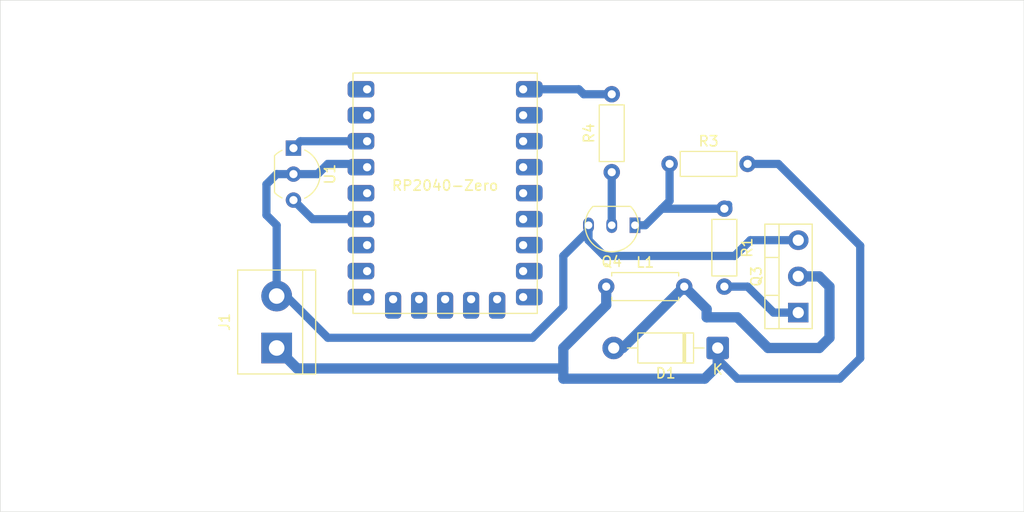
<source format=kicad_pcb>
(kicad_pcb (version 20241229) (generator "pcbnew") (generator_version "9.0")
  (layers (0 "F.Cu" signal) (2 "B.Cu" signal) (13 "F.Paste" user) (15 "B.Paste" user) (5 "F.SilkS" user "F.Silkscreen") (7 "B.SilkS" user "B.Silkscreen") (1 "F.Mask" user) (3 "B.Mask" user) (25 "Edge.Cuts" user))
  (net 0 "")
  (net 4 "Net-(D1-A)")
  (net 9 "+3.3V")
  (net 12 "GND")
  (net 15 "VCC")
  (net 19 "/ADC1")
  (net 21 "Net-(Q3-G)")
  (net 22 "Net-(Q4-B)")
  (net 23 "/PWM0")
  (net 25 "Net-(Q4-C)")
  (footprint "Package_TO_SOT_THT:TO-92_Inline" (layer "F.Cu") (at 160 91 180)
    (property "Reference" "Q4" (at 1.27 -3.56 0) (layer "F.SilkS"))
    (property "Value" "BC547")
    (fp_line (start -0.53 1.85) (end 3.07 1.85) (stroke (width 0.12)) (layer "F.SilkS"))
    (fp_arc (start 1.27 -2.6) (mid 3.672087 -0.994977) (end 3.108478 1.838478) (stroke (width 0.12)) (layer "F.SilkS"))
    (fp_arc (start -0.568478 1.838478) (mid -1.132087 -0.994977) (end 1.27 -2.6) (stroke (width 0.12)) (layer "F.SilkS"))
    (pad "1" thru_hole rect (at -1 0 180) (size 1.05 1.5) (drill 0.75) (layers "*.Cu" "*.Mask") (net 25 "Net-(Q4-C)"))
    (pad "2" thru_hole oval (at 1.27 0 180) (size 1.05 1.5) (drill 0.75) (layers "*.Cu" "*.Mask") (net 22 "Net-(Q4-B)"))
    (pad "3" thru_hole oval (at 3.54 0 180) (size 1.05 1.5) (drill 0.75) (layers "*.Cu" "*.Mask") (net 12 "GND"))
  )
  (footprint "Diode_THT:D_DO-41_SOD81_P10.16mm_Horizontal" (layer "F.Cu") (at 169.08 103 180)
    (property "Reference" "D1" (at 5.08 -2.47 0) (layer "F.SilkS"))
    (property "Value" "HFA15TB60")
    (fp_line (start 8.82 0) (end 7.8 0) (stroke (width 0.12)) (layer "F.SilkS"))
    (fp_line (start 3.38 -1.47) (end 3.38 1.47) (stroke (width 0.12)) (layer "F.SilkS"))
    (fp_line (start 3.26 -1.47) (end 3.26 1.47) (stroke (width 0.12)) (layer "F.SilkS"))
    (fp_line (start 3.14 -1.47) (end 3.14 1.47) (stroke (width 0.12)) (layer "F.SilkS"))
    (fp_line (start 1.34 0) (end 2.36 0) (stroke (width 0.12)) (layer "F.SilkS"))
    (fp_rect (start 2.36 -1.47) (end 7.8 1.47) (stroke (width 0.12)) (fill no) (layer "F.SilkS"))
    (fp_text user "K" (at 0 -2.1 0) (layer "F.SilkS"))
    (pad "1" thru_hole roundrect (at 0 0 180) (size 2.2 2.2) (drill 1.1) (layers "*.Cu" "*.Mask") (roundrect_rratio 0.113636) (net 15 "VCC"))
    (pad "2" thru_hole circle (at 10.16 0 180) (size 2.2 2.2) (drill 1.1) (layers "*.Cu" "*.Mask") (net 4 "Net-(D1-A)"))
  )
  (footprint "RP2040-Zero:RP2040-Zero" (layer "F.Cu") (at 132.295 100.565)
    (property "Reference" "RZ1")
    (property "Value" "RP2040-Zero" (at 10.16 -13.45 0) (layer "F.SilkS"))
    (fp_line (start 1.16 -24.45) (end 1.16 -0.95) (stroke (width 0.12)) (layer "F.SilkS"))
    (fp_line (start 1.16 -0.95) (end 19.16 -0.95) (stroke (width 0.12)) (layer "F.SilkS"))
    (fp_line (start 19.16 -24.45) (end 1.16 -24.45) (stroke (width 0.12)) (layer "F.SilkS"))
    (fp_line (start 19.16 -0.95) (end 19.16 -24.45) (stroke (width 0.12)) (layer "F.SilkS"))
    (pad "1" thru_hole roundrect (at 17.78 -22.86) (size 2.6 1.6) (drill 0.8 (offset 0.6 0)) (layers "*.Cu" "*.Mask") (net 23 "/PWM0"))
    (pad "2" thru_hole roundrect (at 17.78 -20.32) (size 2.6 1.6) (drill 0.8 (offset 0.6 0)) (layers "*.Cu" "*.Mask"))
    (pad "3" thru_hole roundrect (at 17.78 -17.78) (size 2.6 1.6) (drill 0.8 (offset 0.6 0)) (layers "*.Cu" "*.Mask"))
    (pad "4" thru_hole roundrect (at 17.78 -15.24) (size 2.6 1.6) (drill 0.8 (offset 0.6 0)) (layers "*.Cu" "*.Mask"))
    (pad "5" thru_hole roundrect (at 17.78 -12.7) (size 2.6 1.6) (drill 0.8 (offset 0.6 0)) (layers "*.Cu" "*.Mask"))
    (pad "6" thru_hole roundrect (at 17.78 -10.16) (size 2.6 1.6002) (drill 0.8 (offset 0.6 0)) (layers "*.Cu" "*.Mask"))
    (pad "7" thru_hole roundrect (at 17.78 -7.62) (size 2.6 1.6002) (drill 0.8 (offset 0.6 0)) (layers "*.Cu" "*.Mask"))
    (pad "8" thru_hole roundrect (at 17.78 -5.08) (size 2.6 1.6002) (drill 0.8 (offset 0.6 0)) (layers "*.Cu" "*.Mask"))
    (pad "9" thru_hole roundrect (at 17.78 -2.54) (size 2.6 1.6002) (drill 0.8 (offset 0.6 0)) (layers "*.Cu" "*.Mask"))
    (pad "10" thru_hole roundrect (at 15.24 -2.33) (size 1.6 2.6) (drill 0.8 (offset 0 0.6)) (layers "*.Cu" "*.Mask"))
    (pad "11" thru_hole roundrect (at 12.7 -2.33) (size 1.5748 2.6) (drill 0.8 (offset 0 0.6)) (layers "*.Cu" "*.Mask"))
    (pad "12" thru_hole roundrect (at 10.16 -2.33) (size 1.5748 2.6) (drill 0.8 (offset 0 0.6)) (layers "*.Cu" "*.Mask"))
    (pad "13" thru_hole roundrect (at 7.62 -2.33) (size 1.5748 2.6) (drill 0.8 (offset 0 0.6)) (layers "*.Cu" "*.Mask"))
    (pad "14" thru_hole roundrect (at 5.08 -2.33) (size 1.5748 2.6) (drill 0.8 (offset 0 0.6)) (layers "*.Cu" "*.Mask"))
    (pad "15" thru_hole roundrect (at 2.54 -2.54) (size 2.6 1.6002) (drill 0.8 (offset -0.6 0)) (layers "*.Cu" "*.Mask"))
    (pad "16" thru_hole roundrect (at 2.54 -5.08) (size 2.6 1.6002) (drill 0.8 (offset -0.6 0)) (layers "*.Cu" "*.Mask"))
    (pad "17" thru_hole roundrect (at 2.54 -7.62) (size 2.6 1.6002) (drill 0.8 (offset -0.6 0)) (layers "*.Cu" "*.Mask"))
    (pad "18" thru_hole roundrect (at 2.54 -10.16) (size 2.6 1.6002) (drill 0.8 (offset -0.6 0)) (layers "*.Cu" "*.Mask") (net 19 "/ADC1"))
    (pad "19" thru_hole roundrect (at 2.54 -22.86) (size 2.6 1.6002) (drill 0.8 (offset -0.6 0)) (layers "*.Cu" "*.Mask"))
    (pad "20" thru_hole roundrect (at 2.54 -20.32) (size 2.6 1.6002) (drill 0.8 (offset -0.6 0)) (layers "*.Cu" "*.Mask"))
    (pad "21" thru_hole roundrect (at 2.54 -17.78) (size 2.6 1.6002) (drill 0.8 (offset -0.6 0)) (layers "*.Cu" "*.Mask") (net 9 "+3.3V"))
    (pad "22" thru_hole roundrect (at 2.54 -12.7) (size 2.6 1.6002) (drill 0.8 (offset -0.6 0)) (layers "*.Cu" "*.Mask"))
    (pad "23" thru_hole roundrect (at 2.54 -15.24) (size 2.6 1.6002) (drill 0.8 (offset -0.6 0)) (layers "*.Cu" "*.Mask") (net 12 "GND"))
  )
  (footprint "Package_TO_SOT_THT:TO-92_Inline_Wide" (layer "F.Cu") (at 127.64 83.46 -90)
    (property "Reference" "U1" (at 2.54 -3.56 90) (layer "F.SilkS"))
    (property "Value" "SS49E")
    (fp_line (start 0.74 1.85) (end 4.34 1.85) (stroke (width 0.12)) (layer "F.SilkS"))
    (fp_arc (start 0.74 1.85) (mid 0.446097 1.509328) (end 0.215816 1.122795) (stroke (width 0.12)) (layer "F.SilkS"))
    (fp_arc (start 4.864184 1.122795) (mid 4.633903 1.509328) (end 4.34 1.85) (stroke (width 0.12)) (layer "F.SilkS"))
    (fp_arc (start 0.1836 -1.098807) (mid 1.143021 -2.192817) (end 2.54 -2.6) (stroke (width 0.12)) (layer "F.SilkS"))
    (fp_arc (start 2.54 -2.6) (mid 3.936979 -2.192818) (end 4.8964 -1.098807) (stroke (width 0.12)) (layer "F.SilkS"))
    (pad "1" thru_hole rect (at 0 0 270) (size 1.5 1.5) (drill 0.8) (layers "*.Cu" "*.Mask") (net 9 "+3.3V"))
    (pad "2" thru_hole circle (at 2.54 0 270) (size 1.5 1.5) (drill 0.8) (layers "*.Cu" "*.Mask") (net 12 "GND"))
    (pad "3" thru_hole circle (at 5.08 0 270) (size 1.5 1.5) (drill 0.8) (layers "*.Cu" "*.Mask") (net 19 "/ADC1"))
  )
  (footprint "Resistor_THT:R_Axial_DIN0207_L6.3mm_D2.5mm_P7.62mm_Horizontal" (layer "F.Cu") (at 158.19 97)
    (property "Reference" "L1" (at 3.81 -2.37 0) (layer "F.SilkS"))
    (property "Value" "34mH")
    (fp_line (start 0.54 -1.37) (end 7.08 -1.37) (stroke (width 0.12)) (layer "F.SilkS"))
    (fp_line (start 0.54 -1.04) (end 0.54 -1.37) (stroke (width 0.12)) (layer "F.SilkS"))
    (fp_line (start 0.54 1.04) (end 0.54 1.37) (stroke (width 0.12)) (layer "F.SilkS"))
    (fp_line (start 0.54 1.37) (end 7.08 1.37) (stroke (width 0.12)) (layer "F.SilkS"))
    (fp_line (start 7.08 -1.37) (end 7.08 -1.04) (stroke (width 0.12)) (layer "F.SilkS"))
    (fp_line (start 7.08 1.37) (end 7.08 1.04) (stroke (width 0.12)) (layer "F.SilkS"))
    (pad "1" thru_hole circle (at 0 0) (size 1.6 1.6) (drill 0.8) (layers "*.Cu" "*.Mask") (net 15 "VCC"))
    (pad "2" thru_hole circle (at 7.62 0) (size 1.6 1.6) (drill 0.8) (layers "*.Cu" "*.Mask") (net 4 "Net-(D1-A)"))
  )
  (footprint "Inductor_THT:L_Axial_L5.3mm_D2.2mm_P7.62mm_Horizontal_Vishay_IM-1" (layer "F.Cu") (at 158.73 85.81 90)
    (property "Reference" "R4" (at 3.81 -2.22 90) (layer "F.SilkS"))
    (property "Value" "1K")
    (fp_rect (start 1.04 -1.22) (end 6.58 1.22) (stroke (width 0.12)) (fill no) (layer "F.SilkS"))
    (pad "1" thru_hole circle (at 0 0 90) (size 1.6 1.6) (drill 0.8) (layers "*.Cu" "*.Mask") (net 22 "Net-(Q4-B)"))
    (pad "2" thru_hole circle (at 7.62 0 90) (size 1.6 1.6) (drill 0.8) (layers "*.Cu" "*.Mask") (net 23 "/PWM0"))
  )
  (footprint "Inductor_THT:L_Axial_L5.3mm_D2.2mm_P7.62mm_Horizontal_Vishay_IM-1" (layer "F.Cu") (at 169.73 89.38 -90)
    (property "Reference" "R1" (at 3.81 -2.22 90) (layer "F.SilkS"))
    (property "Value" "47")
    (fp_rect (start 1.04 -1.22) (end 6.58 1.22) (stroke (width 0.12)) (fill no) (layer "F.SilkS"))
    (pad "1" thru_hole circle (at 0 0 270) (size 1.6 1.6) (drill 0.8) (layers "*.Cu" "*.Mask") (net 25 "Net-(Q4-C)"))
    (pad "2" thru_hole circle (at 7.62 0 270) (size 1.6 1.6) (drill 0.8) (layers "*.Cu" "*.Mask") (net 21 "Net-(Q3-G)"))
  )
  (footprint "Package_TO_SOT_THT:TO-220-3_Vertical" (layer "F.Cu") (at 176.95 98.54 90)
    (property "Reference" "Q3" (at 2.54 -4.1 90) (layer "F.SilkS"))
    (property "Value" "IRF830")
    (fp_line (start 7.65 -3.26) (end 7.65 1.36) (stroke (width 0.12)) (layer "F.SilkS"))
    (fp_line (start 4.39 -3.26) (end 4.39 -1.88) (stroke (width 0.12)) (layer "F.SilkS"))
    (fp_line (start 0.69 -3.26) (end 0.69 -1.88) (stroke (width 0.12)) (layer "F.SilkS"))
    (fp_line (start -2.57 -3.26) (end 7.65 -3.26) (stroke (width 0.12)) (layer "F.SilkS"))
    (fp_line (start -2.57 -1.88) (end 7.65 -1.88) (stroke (width 0.12)) (layer "F.SilkS"))
    (fp_line (start 7.65 1.36) (end -2.57 1.36) (stroke (width 0.12)) (layer "F.SilkS"))
    (fp_line (start -2.57 1.36) (end -2.57 -3.26) (stroke (width 0.12)) (layer "F.SilkS"))
    (pad "1" thru_hole rect (at -1 0 90) (size 1.905 2) (drill 1.1) (layers "*.Cu" "*.Mask") (net 21 "Net-(Q3-G)"))
    (pad "2" thru_hole oval (at 2.54 0 90) (size 1.905 2) (drill 1.1) (layers "*.Cu" "*.Mask") (net 4 "Net-(D1-A)"))
    (pad "3" thru_hole oval (at 6.08 0 90) (size 1.905 2) (drill 1.1) (layers "*.Cu" "*.Mask") (net 12 "GND"))
  )
  (footprint "TerminalBlock:TerminalBlock_bornier-2_P5.08mm" (layer "F.Cu") (at 126 103 90)
    (property "Reference" "J1" (at 2.54 -5.08 90) (layer "F.SilkS"))
    (property "Value" "Screw_Terminal")
    (fp_line (start 7.62 -3.81) (end -2.54 -3.81) (stroke (width 0.12)) (layer "F.SilkS"))
    (fp_line (start -2.54 -3.81) (end -2.54 3.81) (stroke (width 0.12)) (layer "F.SilkS"))
    (fp_line (start 7.62 2.54) (end -2.54 2.54) (stroke (width 0.12)) (layer "F.SilkS"))
    (fp_line (start 7.62 3.81) (end 7.62 -3.81) (stroke (width 0.12)) (layer "F.SilkS"))
    (fp_line (start -2.54 3.81) (end 7.62 3.81) (stroke (width 0.12)) (layer "F.SilkS"))
    (pad "1" thru_hole rect (at 0 0 90) (size 3 3) (drill 1.52) (layers "*.Cu" "*.Mask") (net 15 "VCC"))
    (pad "2" thru_hole circle (at 5.08 0 90) (size 3 3) (drill 1.52) (layers "*.Cu" "*.Mask") (net 12 "GND"))
  )
  (footprint "Inductor_THT:L_Axial_L5.3mm_D2.2mm_P7.62mm_Horizontal_Vishay_IM-1" (layer "F.Cu") (at 164.38 85)
    (property "Reference" "R3" (at 3.81 -2.22 0) (layer "F.SilkS"))
    (property "Value" "10K")
    (fp_rect (start 1.04 -1.22) (end 6.58 1.22) (stroke (width 0.12)) (fill no) (layer "F.SilkS"))
    (pad "1" thru_hole circle (at 0 0) (size 1.6 1.6) (drill 0.8) (layers "*.Cu" "*.Mask") (net 25 "Net-(Q4-C)"))
    (pad "2" thru_hole circle (at 7.62 0) (size 1.6 1.6) (drill 0.8) (layers "*.Cu" "*.Mask") (net 15 "VCC"))
  )
  (gr_rect (start 99 69) (end 199 119) (stroke (width 0.05)) (fill no) (layer "Edge.Cuts"))
  (segment (start 168 99.19) (end 165.81 97) (width 1) (layer "B.Cu") (net 4))
  (segment (start 179 96) (end 180 97) (width 1) (layer "B.Cu") (net 4))
  (segment (start 159.81 103) (end 165.81 97) (width 1) (layer "B.Cu") (net 4))
  (segment (start 158.92 103) (end 159.81 103) (width 1) (layer "B.Cu") (net 4))
  (segment (start 180 102) (end 179 103) (width 1) (layer "B.Cu") (net 4))
  (segment (start 180 97) (end 180 102) (width 1) (layer "B.Cu") (net 4))
  (segment (start 179 103) (end 174 103) (width 1) (layer "B.Cu") (net 4))
  (segment (start 171 100) (end 168 100) (width 1) (layer "B.Cu") (net 4))
  (segment (start 176.95 96) (end 179 96) (width 1) (layer "B.Cu") (net 4))
  (segment (start 174 103) (end 171 100) (width 1) (layer "B.Cu") (net 4))
  (segment (start 168 100) (end 168 99.19) (width 1) (layer "B.Cu") (net 4))
  (segment (start 134.835 82.785) (end 128.315 82.785) (width 0.8) (layer "B.Cu") (net 9))
  (segment (start 128.315 82.785) (end 127.64 83.46) (width 0.8) (layer "B.Cu") (net 9))
  (segment (start 131 102) (end 126.92 97.92) (width 0.8) (layer "B.Cu") (net 12))
  (segment (start 156.46 92.46) (end 158 94) (width 0.8) (layer "B.Cu") (net 12))
  (segment (start 125 90) (end 126 91) (width 0.8) (layer "B.Cu") (net 12))
  (segment (start 127.64 86) (end 126 86) (width 0.8) (layer "B.Cu") (net 12))
  (segment (start 134.51 85) (end 134.835 85.325) (width 0.8) (layer "B.Cu") (net 12))
  (segment (start 156.46 91) (end 156.46 91.54) (width 0.8) (layer "B.Cu") (net 12))
  (segment (start 156.46 91) (end 156.46 92.46) (width 0.8) (layer "B.Cu") (net 12))
  (segment (start 126.92 97.92) (end 126 97.92) (width 0.8) (layer "B.Cu") (net 12))
  (segment (start 127.64 86) (end 130 86) (width 0.8) (layer "B.Cu") (net 12))
  (segment (start 125 87) (end 125 90) (width 0.8) (layer "B.Cu") (net 12))
  (segment (start 126 86) (end 125 87) (width 0.8) (layer "B.Cu") (net 12))
  (segment (start 172.27 92.46) (end 170.73 94) (width 0.8) (layer "B.Cu") (net 12))
  (segment (start 156.46 91.54) (end 154 94) (width 0.8) (layer "B.Cu") (net 12))
  (segment (start 126 91) (end 126 97.92) (width 0.8) (layer "B.Cu") (net 12))
  (segment (start 154 99) (end 154 94) (width 0.8) (layer "B.Cu") (net 12))
  (segment (start 130 86) (end 131 85) (width 0.8) (layer "B.Cu") (net 12))
  (segment (start 151 102) (end 154 99) (width 0.8) (layer "B.Cu") (net 12))
  (segment (start 176.95 92.46) (end 172.27 92.46) (width 0.8) (layer "B.Cu") (net 12))
  (segment (start 151 102) (end 131 102) (width 0.8) (layer "B.Cu") (net 12))
  (segment (start 131 85) (end 134.51 85) (width 0.8) (layer "B.Cu") (net 12))
  (segment (start 158 94) (end 170.73 94) (width 0.8) (layer "B.Cu") (net 12))
  (segment (start 175 85) (end 183 93) (width 0.8) (layer "B.Cu") (net 15))
  (segment (start 126 103) (end 128 105) (width 1) (layer "B.Cu") (net 15))
  (segment (start 154 105) (end 154 106) (width 1) (layer "B.Cu") (net 15))
  (segment (start 181 106) (end 171 106) (width 0.8) (layer "B.Cu") (net 15))
  (segment (start 167.81 106) (end 169.08 104.73) (width 1) (layer "B.Cu") (net 15))
  (segment (start 154 106) (end 167.81 106) (width 1) (layer "B.Cu") (net 15))
  (segment (start 158.19 97) (end 158.19 98.81) (width 1) (layer "B.Cu") (net 15))
  (segment (start 154 103) (end 154 105) (width 1) (layer "B.Cu") (net 15))
  (segment (start 158.19 98.81) (end 154 103) (width 1) (layer "B.Cu") (net 15))
  (segment (start 128 105) (end 154 105) (width 1) (layer "B.Cu") (net 15))
  (segment (start 183 93) (end 183 104) (width 0.8) (layer "B.Cu") (net 15))
  (segment (start 172 85) (end 175 85) (width 0.8) (layer "B.Cu") (net 15))
  (segment (start 183 104) (end 181 106) (width 0.8) (layer "B.Cu") (net 15))
  (segment (start 169.08 104.08) (end 169.08 103) (width 0.8) (layer "B.Cu") (net 15))
  (segment (start 171 106) (end 169.08 104.08) (width 0.8) (layer "B.Cu") (net 15))
  (segment (start 169.08 104.73) (end 169.08 103) (width 1) (layer "B.Cu") (net 15))
  (segment (start 127.64 88.54) (end 129.505 90.405) (width 0.8) (layer "B.Cu") (net 19))
  (segment (start 129.505 90.405) (end 134.835 90.405) (width 0.8) (layer "B.Cu") (net 19))
  (segment (start 176.95 99.54) (end 174.54 99.54) (width 0.8) (layer "B.Cu") (net 21))
  (segment (start 174.54 99.54) (end 172 97) (width 0.8) (layer "B.Cu") (net 21))
  (segment (start 172 97) (end 169.73 97) (width 0.8) (layer "B.Cu") (net 21))
  (segment (start 158.96 86.04) (end 158.73 85.81) (width 0.8) (layer "B.Cu") (net 22))
  (segment (start 158.73 91) (end 158.73 85.81) (width 0.8) (layer "B.Cu") (net 22))
  (segment (start 150.075 77.705) (end 155.515 77.705) (width 0.8) (layer "B.Cu") (net 23))
  (segment (start 156 78.19) (end 155.515 77.705) (width 0.8) (layer "B.Cu") (net 23))
  (segment (start 158.73 78.19) (end 156 78.19) (width 0.8) (layer "B.Cu") (net 23))
  (segment (start 161 91) (end 162 91) (width 0.8) (layer "B.Cu") (net 25))
  (segment (start 164.38 85) (end 164.38 88.62) (width 0.8) (layer "B.Cu") (net 25))
  (segment (start 162 91) (end 163.62 89.38) (width 0.8) (layer "B.Cu") (net 25))
  (segment (start 170.11 89) (end 169.73 89.38) (width 0.8) (layer "B.Cu") (net 25))
  (segment (start 164.38 88.62) (end 163.62 89.38) (width 0.8) (layer "B.Cu") (net 25))
  (segment (start 163.62 89.38) (end 169.73 89.38) (width 0.8) (layer "B.Cu") (net 25))
)
</source>
